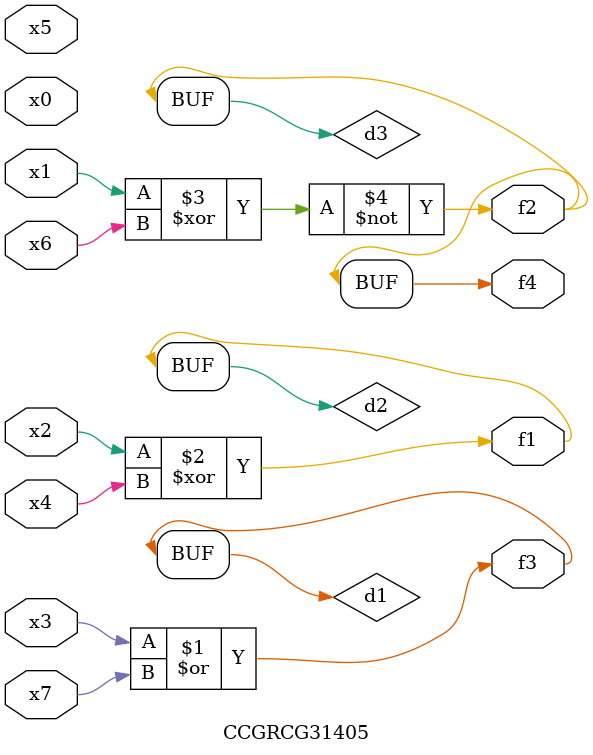
<source format=v>
module CCGRCG31405(
	input x0, x1, x2, x3, x4, x5, x6, x7,
	output f1, f2, f3, f4
);

	wire d1, d2, d3;

	or (d1, x3, x7);
	xor (d2, x2, x4);
	xnor (d3, x1, x6);
	assign f1 = d2;
	assign f2 = d3;
	assign f3 = d1;
	assign f4 = d3;
endmodule

</source>
